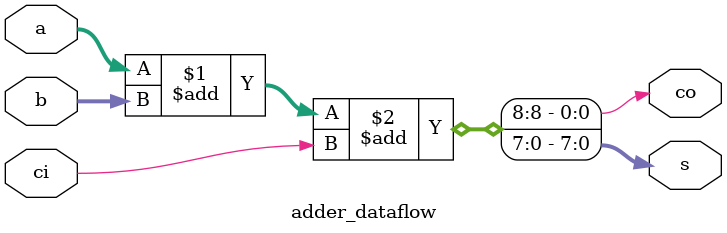
<source format=v>
module adder_dataflow(s,ci,a,b,co);
    parameter width = 8;

    input [width-1:0]a,b;
    input ci;
    output [width-1:0]s;
    output co;

    assign {co,s} = a + b + ci;



    
endmodule
</source>
